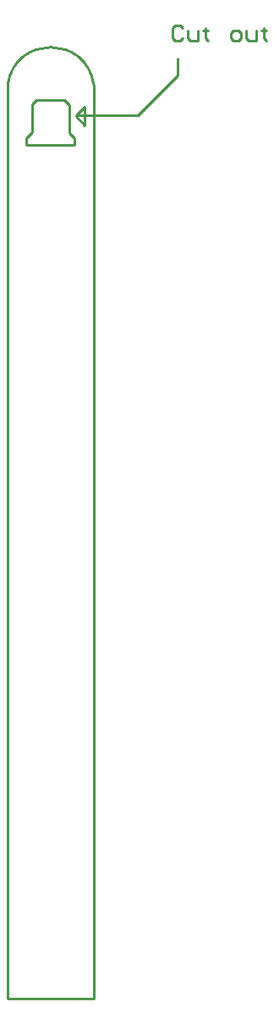
<source format=gm1>
G04*
G04 #@! TF.GenerationSoftware,Altium Limited,Altium Designer,23.10.1 (27)*
G04*
G04 Layer_Color=16711935*
%FSLAX25Y25*%
%MOIN*%
G70*
G04*
G04 #@! TF.SameCoordinates,DD15D12B-7B03-402C-8F62-2DD6D4476B20*
G04*
G04*
G04 #@! TF.FilePolarity,Positive*
G04*
G01*
G75*
%ADD11C,0.01000*%
D11*
X40157Y378937D02*
G03*
X6299Y378937I-16929J-2324D01*
G01*
X29671Y371947D02*
X30572Y371046D01*
X13671Y355262D02*
Y357947D01*
Y355262D02*
X13702Y355231D01*
X32572D01*
X28671Y372947D02*
X29671Y371947D01*
X30572Y360046D02*
Y371046D01*
X15972Y371249D02*
X17671Y372947D01*
X15972Y360249D02*
Y371249D01*
X13671Y357947D02*
X15972Y360249D01*
X17671Y372947D02*
X28671D01*
X30572Y360046D02*
X32671Y357947D01*
Y355231D02*
Y357947D01*
X6299Y19685D02*
X40157D01*
Y378937D01*
X6299Y19685D02*
Y378937D01*
X54783Y366798D02*
X57483D01*
X73383Y382698D02*
Y389398D01*
X57483Y366798D02*
X73383Y382698D01*
X33114Y366792D02*
X55114D01*
X33114Y366892D02*
X36614Y370392D01*
Y362992D02*
Y370392D01*
X33114Y366492D02*
X36614Y362992D01*
X75081Y401197D02*
X74082Y402197D01*
X72082D01*
X71083Y401197D01*
Y397198D01*
X72082Y396198D01*
X74082D01*
X75081Y397198D01*
X77081Y400197D02*
Y397198D01*
X78080Y396198D01*
X81079D01*
Y400197D01*
X84079Y401197D02*
Y400197D01*
X83079D01*
X85078D01*
X84079D01*
Y397198D01*
X85078Y396198D01*
X95075D02*
X97074D01*
X98074Y397198D01*
Y399198D01*
X97074Y400197D01*
X95075D01*
X94075Y399198D01*
Y397198D01*
X95075Y396198D01*
X100073Y400197D02*
Y397198D01*
X101073Y396198D01*
X104072D01*
Y400197D01*
X107071Y401197D02*
Y400197D01*
X106071D01*
X108071D01*
X107071D01*
Y397198D01*
X108071Y396198D01*
M02*

</source>
